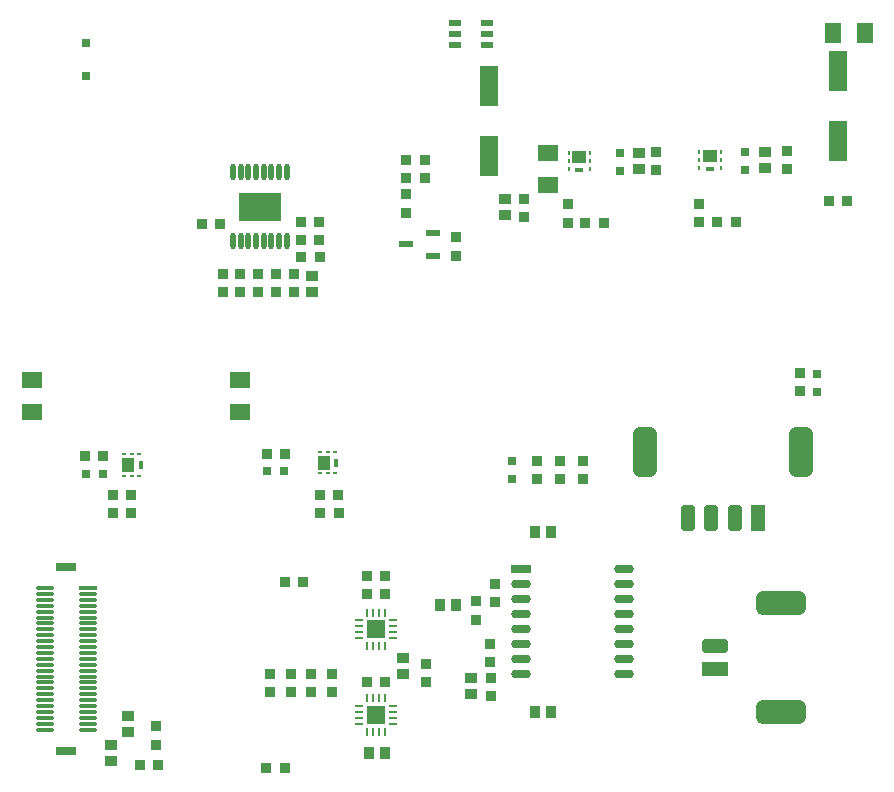
<source format=gtp>
G04*
G04 #@! TF.GenerationSoftware,Altium Limited,Altium Designer,18.1.9 (240)*
G04*
G04 Layer_Color=8421504*
%FSLAX25Y25*%
%MOIN*%
G70*
G01*
G75*
%ADD17R,0.03347X0.03347*%
%ADD18R,0.03937X0.03543*%
%ADD19R,0.03543X0.03937*%
%ADD20R,0.03347X0.03347*%
G04:AMPARAMS|DCode=21|XSize=78.74mil|YSize=165.35mil|CornerRadius=19.68mil|HoleSize=0mil|Usage=FLASHONLY|Rotation=180.000|XOffset=0mil|YOffset=0mil|HoleType=Round|Shape=RoundedRectangle|*
%AMROUNDEDRECTD21*
21,1,0.07874,0.12598,0,0,180.0*
21,1,0.03937,0.16535,0,0,180.0*
1,1,0.03937,-0.01968,0.06299*
1,1,0.03937,0.01968,0.06299*
1,1,0.03937,0.01968,-0.06299*
1,1,0.03937,-0.01968,-0.06299*
%
%ADD21ROUNDEDRECTD21*%
G04:AMPARAMS|DCode=22|XSize=47.24mil|YSize=86.61mil|CornerRadius=11.81mil|HoleSize=0mil|Usage=FLASHONLY|Rotation=180.000|XOffset=0mil|YOffset=0mil|HoleType=Round|Shape=RoundedRectangle|*
%AMROUNDEDRECTD22*
21,1,0.04724,0.06299,0,0,180.0*
21,1,0.02362,0.08661,0,0,180.0*
1,1,0.02362,-0.01181,0.03150*
1,1,0.02362,0.01181,0.03150*
1,1,0.02362,0.01181,-0.03150*
1,1,0.02362,-0.01181,-0.03150*
%
%ADD22ROUNDEDRECTD22*%
%ADD23R,0.04724X0.08661*%
%ADD24R,0.03150X0.03150*%
%ADD25R,0.03150X0.03150*%
%ADD26R,0.03110X0.01181*%
%ADD27R,0.00984X0.01575*%
%ADD28R,0.04724X0.03937*%
%ADD29R,0.03937X0.02362*%
%ADD30R,0.04528X0.02362*%
%ADD31R,0.13976X0.09685*%
%ADD32O,0.01772X0.05512*%
%ADD33R,0.02756X0.03150*%
%ADD34R,0.02953X0.00984*%
%ADD35R,0.00984X0.02953*%
%ADD36R,0.06496X0.06496*%
G04:AMPARAMS|DCode=37|XSize=78.74mil|YSize=165.35mil|CornerRadius=19.68mil|HoleSize=0mil|Usage=FLASHONLY|Rotation=90.000|XOffset=0mil|YOffset=0mil|HoleType=Round|Shape=RoundedRectangle|*
%AMROUNDEDRECTD37*
21,1,0.07874,0.12598,0,0,90.0*
21,1,0.03937,0.16535,0,0,90.0*
1,1,0.03937,0.06299,0.01968*
1,1,0.03937,0.06299,-0.01968*
1,1,0.03937,-0.06299,-0.01968*
1,1,0.03937,-0.06299,0.01968*
%
%ADD37ROUNDEDRECTD37*%
%ADD38R,0.08661X0.04724*%
G04:AMPARAMS|DCode=39|XSize=47.24mil|YSize=86.61mil|CornerRadius=11.81mil|HoleSize=0mil|Usage=FLASHONLY|Rotation=90.000|XOffset=0mil|YOffset=0mil|HoleType=Round|Shape=RoundedRectangle|*
%AMROUNDEDRECTD39*
21,1,0.04724,0.06299,0,0,90.0*
21,1,0.02362,0.08661,0,0,90.0*
1,1,0.02362,0.03150,0.01181*
1,1,0.02362,0.03150,-0.01181*
1,1,0.02362,-0.03150,-0.01181*
1,1,0.02362,-0.03150,0.01181*
%
%ADD39ROUNDEDRECTD39*%
%ADD40R,0.07087X0.05512*%
%ADD41R,0.07087X0.03150*%
%ADD42R,0.06299X0.01181*%
%ADD43O,0.06299X0.01181*%
%ADD44O,0.06693X0.02992*%
%ADD45R,0.06693X0.02992*%
%ADD46R,0.06102X0.13583*%
%ADD47R,0.05512X0.07087*%
%ADD48R,0.03937X0.04724*%
%ADD49R,0.01575X0.00984*%
%ADD50R,0.01181X0.03110*%
D17*
X158150Y78248D02*
D03*
Y72146D02*
D03*
X163189Y46555D02*
D03*
Y52657D02*
D03*
X51575Y36516D02*
D03*
Y30413D02*
D03*
X266142Y148357D02*
D03*
Y154459D02*
D03*
X232579Y210790D02*
D03*
Y204688D02*
D03*
X186295Y118898D02*
D03*
Y125000D02*
D03*
X141391Y225381D02*
D03*
Y219279D02*
D03*
X151414Y193504D02*
D03*
Y199606D02*
D03*
X134994Y225492D02*
D03*
Y219390D02*
D03*
X174213Y206201D02*
D03*
Y212303D02*
D03*
X134994Y213853D02*
D03*
Y207751D02*
D03*
X218386Y228088D02*
D03*
Y221986D02*
D03*
X100000Y198720D02*
D03*
Y204823D02*
D03*
X106004D02*
D03*
Y198720D02*
D03*
X97441Y187303D02*
D03*
Y181201D02*
D03*
X91535Y187401D02*
D03*
Y181299D02*
D03*
X85630Y187401D02*
D03*
Y181299D02*
D03*
X79724Y187401D02*
D03*
Y181299D02*
D03*
X73819Y187401D02*
D03*
Y181299D02*
D03*
X141732Y51181D02*
D03*
Y57283D02*
D03*
X110236Y54134D02*
D03*
Y48031D02*
D03*
X103346D02*
D03*
Y54134D02*
D03*
X96457Y48031D02*
D03*
Y54134D02*
D03*
X89567D02*
D03*
Y48031D02*
D03*
X162992Y64016D02*
D03*
Y57913D02*
D03*
X164567Y84055D02*
D03*
Y77953D02*
D03*
X193898Y125000D02*
D03*
Y118898D02*
D03*
X178692Y125000D02*
D03*
Y118898D02*
D03*
X188976Y204429D02*
D03*
Y210531D02*
D03*
X261811Y228305D02*
D03*
Y222202D02*
D03*
D18*
X156693Y52756D02*
D03*
Y47441D02*
D03*
X36710Y24902D02*
D03*
Y30217D02*
D03*
X42126Y40059D02*
D03*
Y34744D02*
D03*
X167891Y207062D02*
D03*
Y212377D02*
D03*
X254488Y222576D02*
D03*
Y227891D02*
D03*
X212655Y222379D02*
D03*
Y227694D02*
D03*
X103445Y181207D02*
D03*
Y186522D02*
D03*
X133858Y59449D02*
D03*
Y54134D02*
D03*
D19*
X151640Y77165D02*
D03*
X146326D02*
D03*
X183071Y101378D02*
D03*
X177756D02*
D03*
X183071Y41339D02*
D03*
X177756D02*
D03*
X127953Y27559D02*
D03*
X122638D02*
D03*
D20*
X46161Y23779D02*
D03*
X52264D02*
D03*
X244781Y204589D02*
D03*
X238679D02*
D03*
X37205Y107795D02*
D03*
X43307D02*
D03*
X27950Y126556D02*
D03*
X34053D02*
D03*
X275886Y211614D02*
D03*
X281988D02*
D03*
X106102Y192941D02*
D03*
X100000D02*
D03*
X66791Y203900D02*
D03*
X72894D02*
D03*
X88386Y22638D02*
D03*
X94488D02*
D03*
X128051Y86614D02*
D03*
X121949D02*
D03*
X128051Y80709D02*
D03*
X121949D02*
D03*
X121850Y51181D02*
D03*
X127953D02*
D03*
X194685Y204331D02*
D03*
X200787D02*
D03*
X37205Y113701D02*
D03*
X43307D02*
D03*
X112401Y107795D02*
D03*
X106299D02*
D03*
X106102Y113701D02*
D03*
X112205D02*
D03*
X94587Y127461D02*
D03*
X88484D02*
D03*
X94488Y84646D02*
D03*
X100591D02*
D03*
D21*
X214567Y127953D02*
D03*
X266535D02*
D03*
D22*
X228740Y105984D02*
D03*
X236614D02*
D03*
X244488D02*
D03*
D23*
X252362D02*
D03*
D24*
X271831Y148160D02*
D03*
Y154066D02*
D03*
X170275Y125000D02*
D03*
Y119094D02*
D03*
X206100Y227657D02*
D03*
Y221752D02*
D03*
X248031Y227891D02*
D03*
Y221986D02*
D03*
D25*
X28147Y120650D02*
D03*
X34053D02*
D03*
X94390Y121555D02*
D03*
X88484D02*
D03*
D26*
X236221Y222419D02*
D03*
X192717Y222087D02*
D03*
D27*
X232579Y227891D02*
D03*
Y225332D02*
D03*
Y222773D02*
D03*
X239862D02*
D03*
Y225332D02*
D03*
Y227891D02*
D03*
X196358Y227559D02*
D03*
Y225000D02*
D03*
Y222441D02*
D03*
X189075D02*
D03*
Y225000D02*
D03*
Y227559D02*
D03*
D28*
X236221Y226513D02*
D03*
X192717Y226181D02*
D03*
D29*
X161870Y263644D02*
D03*
Y267384D02*
D03*
Y271124D02*
D03*
X151122D02*
D03*
Y267384D02*
D03*
Y263644D02*
D03*
D30*
X143852Y193504D02*
D03*
Y200984D02*
D03*
X134994Y197244D02*
D03*
D31*
X86181Y209842D02*
D03*
D32*
X95138Y221457D02*
D03*
X92579D02*
D03*
X90020D02*
D03*
X87461D02*
D03*
X84901D02*
D03*
X82342D02*
D03*
X79783D02*
D03*
X77224D02*
D03*
X95138Y198228D02*
D03*
X92579D02*
D03*
X90020D02*
D03*
X87461D02*
D03*
X84901D02*
D03*
X82342D02*
D03*
X79783D02*
D03*
X77224D02*
D03*
D33*
X28147Y264252D02*
D03*
Y253228D02*
D03*
D34*
X119390Y43307D02*
D03*
Y41339D02*
D03*
Y39370D02*
D03*
Y37402D02*
D03*
X130610D02*
D03*
Y39370D02*
D03*
Y41339D02*
D03*
Y43307D02*
D03*
X119390Y71850D02*
D03*
Y69882D02*
D03*
Y67913D02*
D03*
Y65945D02*
D03*
X130610D02*
D03*
Y67913D02*
D03*
Y69882D02*
D03*
Y71850D02*
D03*
D35*
X122047Y34744D02*
D03*
X124016D02*
D03*
X125984D02*
D03*
X127953D02*
D03*
Y45965D02*
D03*
X125984D02*
D03*
X124016D02*
D03*
X122047D02*
D03*
Y63287D02*
D03*
X124016D02*
D03*
X125984D02*
D03*
X127953D02*
D03*
Y74508D02*
D03*
X125984D02*
D03*
X124016D02*
D03*
X122047D02*
D03*
D36*
X125000Y40354D02*
D03*
Y68898D02*
D03*
D37*
X259842Y77559D02*
D03*
Y41339D02*
D03*
D38*
X237874Y55512D02*
D03*
D39*
Y63386D02*
D03*
D40*
X79724Y141240D02*
D03*
Y152067D02*
D03*
X10211Y141240D02*
D03*
Y152067D02*
D03*
X182087Y227702D02*
D03*
Y216875D02*
D03*
D41*
X21654Y28346D02*
D03*
Y89764D02*
D03*
D42*
X28740Y82677D02*
D03*
D43*
Y80708D02*
D03*
Y78740D02*
D03*
Y76771D02*
D03*
Y74803D02*
D03*
Y72834D02*
D03*
Y70866D02*
D03*
Y68897D02*
D03*
Y66929D02*
D03*
Y64960D02*
D03*
Y62992D02*
D03*
Y61023D02*
D03*
Y59055D02*
D03*
Y57086D02*
D03*
Y55118D02*
D03*
Y53149D02*
D03*
Y51181D02*
D03*
Y49213D02*
D03*
Y47244D02*
D03*
Y45276D02*
D03*
Y43307D02*
D03*
Y41339D02*
D03*
Y39370D02*
D03*
Y37402D02*
D03*
Y35433D02*
D03*
X14567D02*
D03*
Y37402D02*
D03*
Y39370D02*
D03*
Y41339D02*
D03*
Y43307D02*
D03*
Y45276D02*
D03*
Y47244D02*
D03*
Y49213D02*
D03*
Y51181D02*
D03*
Y53149D02*
D03*
Y55118D02*
D03*
Y57086D02*
D03*
Y59055D02*
D03*
Y61023D02*
D03*
Y62992D02*
D03*
Y64960D02*
D03*
Y66929D02*
D03*
Y68897D02*
D03*
Y70866D02*
D03*
Y72834D02*
D03*
Y74803D02*
D03*
Y76771D02*
D03*
Y78740D02*
D03*
Y80708D02*
D03*
Y82677D02*
D03*
D44*
X207677Y54016D02*
D03*
Y59016D02*
D03*
Y64016D02*
D03*
Y69016D02*
D03*
Y74016D02*
D03*
Y79016D02*
D03*
Y84016D02*
D03*
Y89016D02*
D03*
X173228Y54016D02*
D03*
Y59016D02*
D03*
Y64016D02*
D03*
Y69016D02*
D03*
Y74016D02*
D03*
Y79016D02*
D03*
Y84016D02*
D03*
D45*
Y89016D02*
D03*
D46*
X278835Y254921D02*
D03*
Y231693D02*
D03*
X162402Y249943D02*
D03*
Y226714D02*
D03*
D47*
X277067Y267796D02*
D03*
X287894D02*
D03*
D48*
X107579Y124489D02*
D03*
X42323Y123819D02*
D03*
D49*
X106201Y128131D02*
D03*
X108760D02*
D03*
X111319D02*
D03*
Y120847D02*
D03*
X108760D02*
D03*
X106201D02*
D03*
X40945Y127461D02*
D03*
X43504D02*
D03*
X46063D02*
D03*
Y120177D02*
D03*
X43504D02*
D03*
X40945D02*
D03*
D50*
X111673Y124489D02*
D03*
X46417Y123819D02*
D03*
M02*

</source>
